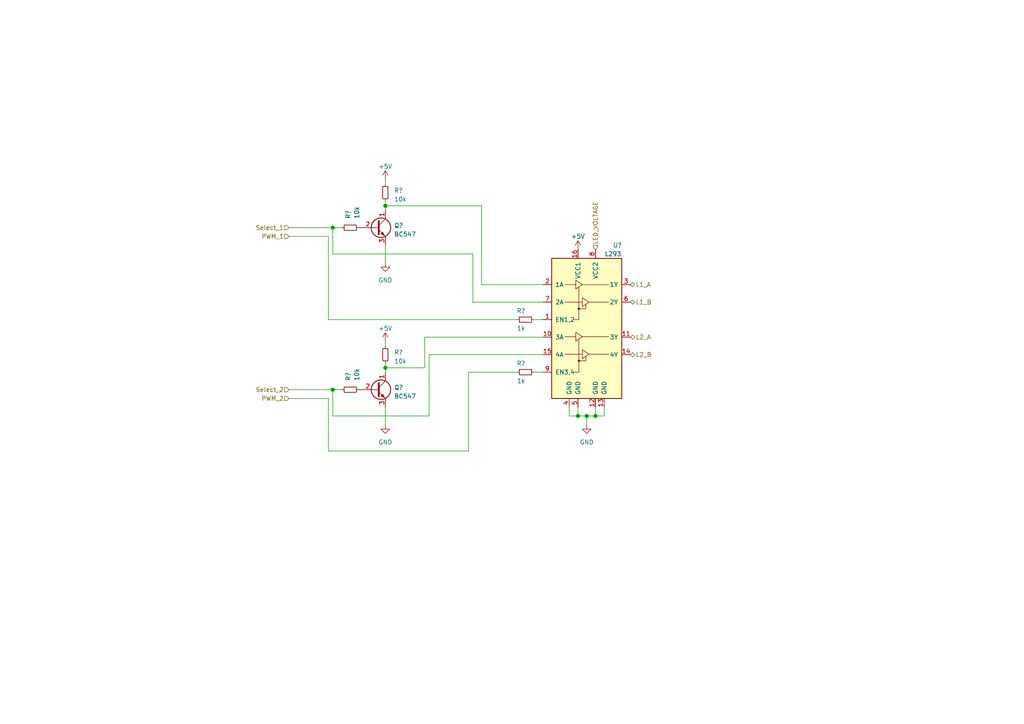
<source format=kicad_sch>
(kicad_sch (version 20210126) (generator eeschema)
  (paper "A4")
  (lib_symbols
    (symbol "Device:R_Small" (pin_numbers hide) (pin_names (offset 0.254) hide)
      (property "Reference" "R" (at 0.762 0.508 0))
      (property "Value" "R_Small" (at 0.762 -1.016 0))
      (symbol "R_Small_0_1"
        (rectangle (start -0.762 1.778) (end 0.762 -1.778) (stroke (width 0.2032)))
      )
      (symbol "R_Small_1_1"
        (pin passive line (at 0 2.54 270) (length 0.762) (name "~") (number "1"))
        (pin passive line (at 0 -2.54 90) (length 0.762) (name "~") (number "2"))
      )
    )
    (symbol "Driver_Motor:L293" (pin_names (offset 1.016))
      (property "Reference" "U" (at -5.08 26.035 0))
      (property "Value" "L293" (at -5.08 24.13 0))
      (symbol "L293_0_1"
        (circle (center -2.286 -6.858) (radius 0.254) (fill (type outline)))
        (circle (center -2.286 8.255) (radius 0.254) (fill (type outline)))
        (rectangle (start -10.16 22.86) (end 10.16 -17.78) (stroke (width 0.254)) (fill (type background)))
        (polyline (pts (xy -6.35 -4.953) (xy -1.27 -4.953)))
        (polyline (pts (xy -6.35 0.127) (xy -3.175 0.127)))
        (polyline (pts (xy -6.35 10.16) (xy -1.27 10.16)))
        (polyline (pts (xy -6.35 15.24) (xy -3.175 15.24)))
        (polyline (pts (xy -1.27 0.127) (xy 6.35 0.127)))
        (polyline (pts (xy -1.27 15.24) (xy 6.35 15.24)))
        (polyline (pts (xy 0.635 -4.953) (xy 6.35 -4.953)))
        (polyline (pts (xy 0.635 10.16) (xy 6.35 10.16)))
        (polyline (pts (xy -2.286 -6.858) (xy -0.254 -6.858) (xy -0.254 -5.588)))
        (polyline (pts (xy -2.286 -0.635) (xy -2.286 -10.16) (xy -3.556 -10.16)))
        (polyline (pts (xy -2.286 8.255) (xy -0.254 8.255) (xy -0.254 9.525)))
        (polyline (pts (xy -2.286 14.478) (xy -2.286 5.08) (xy -3.556 5.08)))
        (polyline (pts (xy -3.175 1.397) (xy -3.175 -1.143) (xy -1.27 0.127) (xy -3.175 1.397)))
        (polyline (pts (xy -3.175 16.51) (xy -3.175 13.97) (xy -1.27 15.24) (xy -3.175 16.51)))
        (polyline (pts (xy -1.27 -3.683) (xy -1.27 -6.223) (xy 0.635 -4.953) (xy -1.27 -3.683)))
        (polyline (pts (xy -1.27 11.43) (xy -1.27 8.89) (xy 0.635 10.16) (xy -1.27 11.43)))
      )
      (symbol "L293_1_1"
        (pin input line (at -12.7 5.08 0) (length 2.54) (name "EN1,2") (number "1"))
        (pin input line (at -12.7 0 0) (length 2.54) (name "3A") (number "10"))
        (pin output line (at 12.7 0 180) (length 2.54) (name "3Y") (number "11"))
        (pin power_in line (at 2.54 -20.32 90) (length 2.54) (name "GND") (number "12"))
        (pin power_in line (at 5.08 -20.32 90) (length 2.54) (name "GND") (number "13"))
        (pin output line (at 12.7 -5.08 180) (length 2.54) (name "4Y") (number "14"))
        (pin input line (at -12.7 -5.08 0) (length 2.54) (name "4A") (number "15"))
        (pin power_in line (at -2.54 25.4 270) (length 2.54) (name "VCC1") (number "16"))
        (pin input line (at -12.7 15.24 0) (length 2.54) (name "1A") (number "2"))
        (pin output line (at 12.7 15.24 180) (length 2.54) (name "1Y") (number "3"))
        (pin power_in line (at -5.08 -20.32 90) (length 2.54) (name "GND") (number "4"))
        (pin power_in line (at -2.54 -20.32 90) (length 2.54) (name "GND") (number "5"))
        (pin output line (at 12.7 10.16 180) (length 2.54) (name "2Y") (number "6"))
        (pin input line (at -12.7 10.16 0) (length 2.54) (name "2A") (number "7"))
        (pin power_in line (at 2.54 25.4 270) (length 2.54) (name "VCC2") (number "8"))
        (pin input line (at -12.7 -10.16 0) (length 2.54) (name "EN3,4") (number "9"))
      )
    )
    (symbol "Transistor_BJT:BC547" (pin_names (offset 0) hide)
      (property "Reference" "Q" (at 5.08 1.905 0))
      (property "Value" "BC547" (at 5.08 0 0))
      (symbol "BC547_0_1"
        (circle (center 1.27 0) (radius 2.8194) (stroke (width 0.254)))
        (polyline (pts (xy 0 0) (xy 0.635 0)))
        (polyline (pts (xy 0.635 0.635) (xy 2.54 2.54)))
        (polyline (pts (xy 0.635 -0.635) (xy 2.54 -2.54) (xy 2.54 -2.54)))
        (polyline (pts (xy 0.635 1.905) (xy 0.635 -1.905) (xy 0.635 -1.905)) (stroke (width 0.508)))
        (polyline (pts (xy 1.27 -1.778) (xy 1.778 -1.27) (xy 2.286 -2.286) (xy 1.27 -1.778) (xy 1.27 -1.778)) (fill (type outline)))
      )
      (symbol "BC547_1_1"
        (pin passive line (at 2.54 5.08 270) (length 2.54) (name "C") (number "1"))
        (pin input line (at -5.08 0 0) (length 5.08) (name "B") (number "2"))
        (pin passive line (at 2.54 -5.08 90) (length 2.54) (name "E") (number "3"))
      )
    )
    (symbol "power:+5V" (power) (pin_names (offset 0))
      (property "Value" "+5V" (at 0 3.556 0))
      (symbol "+5V_0_1"
        (polyline (pts (xy -0.762 1.27) (xy 0 2.54)))
        (polyline (pts (xy 0 0) (xy 0 2.54)))
        (polyline (pts (xy 0 2.54) (xy 0.762 1.27)))
      )
      (symbol "+5V_1_1"
        (pin power_in line (at 0 0 90) (length 0) hide (name "+5V") (number "1"))
      )
    )
    (symbol "power:GND" (power) (pin_names (offset 0))
      (property "Value" "GND" (at 0 -3.81 0))
      (symbol "GND_0_1"
        (polyline (pts (xy 0 0) (xy 0 -1.27) (xy 1.27 -1.27) (xy 0 -2.54) (xy -1.27 -1.27) (xy 0 -1.27)))
      )
      (symbol "GND_1_1"
        (pin power_in line (at 0 0 270) (length 0) hide (name "GND") (number "1"))
      )
    )
  )
  (junction (at 96.52 66.04) (diameter 1.016))
  (junction (at 96.52 113.03) (diameter 1.016))
  (junction (at 111.76 59.69) (diameter 1.016))
  (junction (at 111.76 106.68) (diameter 1.016))
  (junction (at 167.64 120.65) (diameter 1.016))
  (junction (at 170.18 120.65) (diameter 1.016))
  (junction (at 172.72 120.65) (diameter 1.016))
  (wire (pts (xy 83.82 66.04) (xy 96.52 66.04)))
  (wire (pts (xy 83.82 68.58) (xy 95.25 68.58)))
  (wire (pts (xy 83.82 113.03) (xy 96.52 113.03)))
  (wire (pts (xy 83.82 115.57) (xy 95.25 115.57)))
  (wire (pts (xy 95.25 68.58) (xy 95.25 92.71)))
  (wire (pts (xy 95.25 92.71) (xy 149.86 92.71)))
  (wire (pts (xy 95.25 115.57) (xy 95.25 130.81)))
  (wire (pts (xy 95.25 130.81) (xy 135.89 130.81)))
  (wire (pts (xy 96.52 66.04) (xy 99.06 66.04)))
  (wire (pts (xy 96.52 73.66) (xy 96.52 66.04)))
  (wire (pts (xy 96.52 73.66) (xy 137.16 73.66)))
  (wire (pts (xy 96.52 113.03) (xy 99.06 113.03)))
  (wire (pts (xy 96.52 120.65) (xy 96.52 113.03)))
  (wire (pts (xy 96.52 120.65) (xy 124.46 120.65)))
  (wire (pts (xy 111.76 52.07) (xy 111.76 53.34)))
  (wire (pts (xy 111.76 58.42) (xy 111.76 59.69)))
  (wire (pts (xy 111.76 59.69) (xy 111.76 60.96)))
  (wire (pts (xy 111.76 59.69) (xy 139.7 59.69)))
  (wire (pts (xy 111.76 71.12) (xy 111.76 76.2)))
  (wire (pts (xy 111.76 99.06) (xy 111.76 100.33)))
  (wire (pts (xy 111.76 105.41) (xy 111.76 106.68)))
  (wire (pts (xy 111.76 106.68) (xy 111.76 107.95)))
  (wire (pts (xy 111.76 106.68) (xy 123.19 106.68)))
  (wire (pts (xy 111.76 118.11) (xy 111.76 123.19)))
  (wire (pts (xy 123.19 97.79) (xy 157.48 97.79)))
  (wire (pts (xy 123.19 106.68) (xy 123.19 97.79)))
  (wire (pts (xy 124.46 102.87) (xy 157.48 102.87)))
  (wire (pts (xy 124.46 120.65) (xy 124.46 102.87)))
  (wire (pts (xy 135.89 107.95) (xy 149.86 107.95)))
  (wire (pts (xy 135.89 130.81) (xy 135.89 107.95)))
  (wire (pts (xy 137.16 73.66) (xy 137.16 87.63)))
  (wire (pts (xy 137.16 87.63) (xy 157.48 87.63)))
  (wire (pts (xy 139.7 59.69) (xy 139.7 82.55)))
  (wire (pts (xy 139.7 82.55) (xy 157.48 82.55)))
  (wire (pts (xy 154.94 92.71) (xy 157.48 92.71)))
  (wire (pts (xy 154.94 107.95) (xy 157.48 107.95)))
  (wire (pts (xy 165.1 118.11) (xy 165.1 120.65)))
  (wire (pts (xy 165.1 120.65) (xy 167.64 120.65)))
  (wire (pts (xy 167.64 118.11) (xy 167.64 120.65)))
  (wire (pts (xy 167.64 120.65) (xy 170.18 120.65)))
  (wire (pts (xy 170.18 120.65) (xy 170.18 123.19)))
  (wire (pts (xy 170.18 120.65) (xy 172.72 120.65)))
  (wire (pts (xy 172.72 118.11) (xy 172.72 120.65)))
  (wire (pts (xy 172.72 120.65) (xy 175.26 120.65)))
  (wire (pts (xy 175.26 118.11) (xy 175.26 120.65)))
  (hierarchical_label "Select_1" (shape input) (at 83.82 66.04 180))
  (hierarchical_label "PWM_1" (shape input) (at 83.82 68.58 180))
  (hierarchical_label "Select_2" (shape input) (at 83.82 113.03 180))
  (hierarchical_label "PWM_2" (shape input) (at 83.82 115.57 180))
  (hierarchical_label "LED_VOLTAGE" (shape input) (at 172.72 72.39 90))
  (hierarchical_label "L1_A" (shape bidirectional) (at 182.88 82.55 0))
  (hierarchical_label "L1_B" (shape bidirectional) (at 182.88 87.63 0))
  (hierarchical_label "L2_A" (shape bidirectional) (at 182.88 97.79 0))
  (hierarchical_label "L2_B" (shape bidirectional) (at 182.88 102.87 0))
  (symbol (lib_id "power:+5V") (at 111.76 52.07 0)
    (property "Reference" "#PWR?" (effects hide))
    (property "Value" "+5V" (at 111.76 48.26 0))
  )
  (symbol (lib_id "power:+5V") (at 111.76 99.06 0)
    (property "Reference" "#PWR?" (effects hide))
    (property "Value" "+5V" (at 111.76 95.25 0))
  )
  (symbol (lib_id "power:+5V") (at 167.64 72.39 0)
    (property "Reference" "#PWR?" (effects hide))
    (property "Value" "+5V" (at 167.64 68.58 0))
  )
  (symbol (lib_id "power:GND") (at 111.76 76.2 0)
    (property "Reference" "#PWR?" (effects hide))
    (property "Value" "GND" (at 111.76 81.28 0))
  )
  (symbol (lib_id "power:GND") (at 111.76 123.19 0)
    (property "Reference" "#PWR?" (effects hide))
    (property "Value" "GND" (at 111.76 128.27 0))
  )
  (symbol (lib_id "power:GND") (at 170.18 123.19 0)
    (property "Reference" "#PWR?" (effects hide))
    (property "Value" "GND" (at 170.18 128.27 0))
  )
  (symbol (lib_id "Device:R_Small") (at 101.6 66.04 90)
    (property "Reference" "R?" (at 100.9649 63.5 0) (effects (justify left)))
    (property "Value" "10k" (at 103.5049 63.5 0) (effects (justify left)))
  )
  (symbol (lib_id "Device:R_Small") (at 101.6 113.03 90)
    (property "Reference" "R?" (at 100.9649 110.49 0) (effects (justify left)))
    (property "Value" "10k" (at 103.5049 110.49 0) (effects (justify left)))
  )
  (symbol (lib_id "Device:R_Small") (at 111.76 55.88 0)
    (property "Reference" "R?" (at 114.3 55.2449 0) (effects (justify left)))
    (property "Value" "10k" (at 114.3 57.7849 0) (effects (justify left)))
  )
  (symbol (lib_id "Device:R_Small") (at 111.76 102.87 0)
    (property "Reference" "R?" (at 114.3 102.2349 0) (effects (justify left)))
    (property "Value" "10k" (at 114.3 104.7749 0) (effects (justify left)))
  )
  (symbol (lib_id "Device:R_Small") (at 152.4 92.71 90) (mirror x)
    (property "Reference" "R?" (at 151.13 90.17 90))
    (property "Value" "1k" (at 151.13 95.25 90))
  )
  (symbol (lib_id "Device:R_Small") (at 152.4 107.95 90) (mirror x)
    (property "Reference" "R?" (at 151.13 105.41 90))
    (property "Value" "1k" (at 151.13 110.49 90))
  )
  (symbol (lib_id "Transistor_BJT:BC547") (at 109.22 66.04 0)
    (property "Reference" "Q?" (at 114.3 65.4049 0) (effects (justify left)))
    (property "Value" "BC547" (at 114.3 67.9449 0) (effects (justify left)))
    (property "Footprint" "Package_TO_SOT_THT:TO-92_Inline" (effects hide))
    (property "Datasheet" "https://www.onsemi.com/pub/Collateral/BC550-D.pdf" (effects hide))
  )
  (symbol (lib_id "Transistor_BJT:BC547") (at 109.22 113.03 0)
    (property "Reference" "Q?" (at 114.3 112.3949 0) (effects (justify left)))
    (property "Value" "BC547" (at 114.3 114.9349 0) (effects (justify left)))
    (property "Footprint" "Package_TO_SOT_THT:TO-92_Inline" (effects hide))
    (property "Datasheet" "https://www.onsemi.com/pub/Collateral/BC550-D.pdf" (effects hide))
  )
  (symbol (lib_id "Driver_Motor:L293") (at 170.18 97.79 0)
    (property "Reference" "U?" (at 179.07 71.12 0))
    (property "Value" "L293" (at 177.8 73.66 0))
    (property "Footprint" "Package_DIP:DIP-16_W7.62mm" (effects hide))
    (property "Datasheet" "http://www.ti.com/lit/ds/symlink/l293.pdf" (effects hide))
  )
)
</source>
